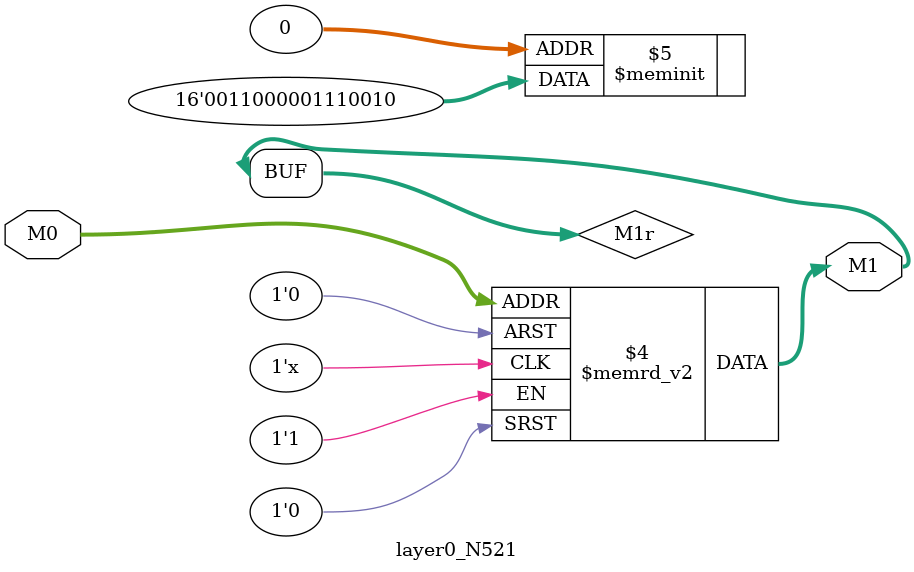
<source format=v>
module layer0_N521 ( input [2:0] M0, output [1:0] M1 );

	(*rom_style = "distributed" *) reg [1:0] M1r;
	assign M1 = M1r;
	always @ (M0) begin
		case (M0)
			3'b000: M1r = 2'b10;
			3'b100: M1r = 2'b00;
			3'b010: M1r = 2'b11;
			3'b110: M1r = 2'b11;
			3'b001: M1r = 2'b00;
			3'b101: M1r = 2'b00;
			3'b011: M1r = 2'b01;
			3'b111: M1r = 2'b00;

		endcase
	end
endmodule

</source>
